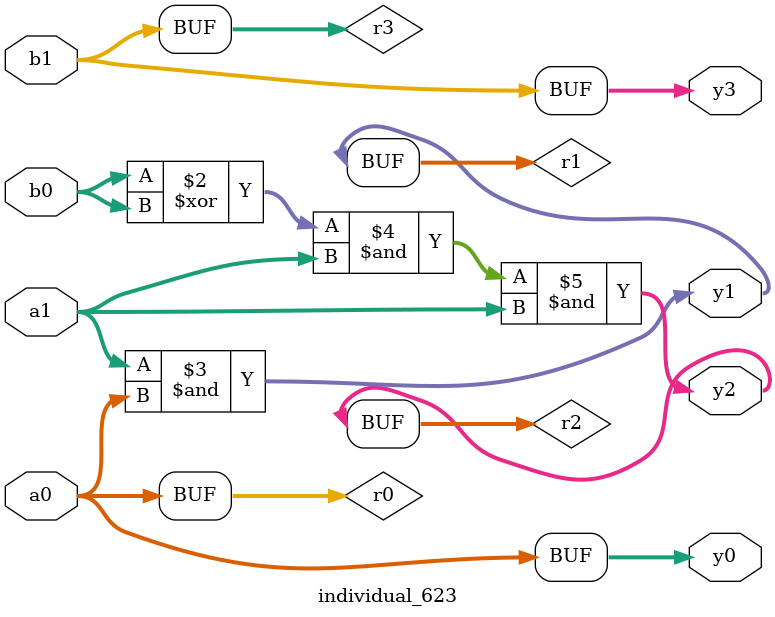
<source format=sv>
module individual_623(input logic [15:0] a1, input logic [15:0] a0, input logic [15:0] b1, input logic [15:0] b0, output logic [15:0] y3, output logic [15:0] y2, output logic [15:0] y1, output logic [15:0] y0);
logic [15:0] r0, r1, r2, r3; 
 always@(*) begin 
	 r0 = a0; r1 = a1; r2 = b0; r3 = b1; 
 	 r2  ^=  r2 ;
 	 r1  &=  a0 ;
 	 r2  &=  a1 ;
 	 r2  &=  a1 ;
 	 y3 = r3; y2 = r2; y1 = r1; y0 = r0; 
end
endmodule
</source>
